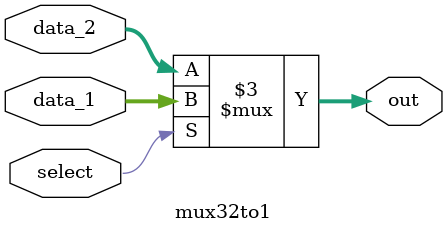
<source format=v>
module mux32to1(data_1, data_2, out, select);
	input wire [31:0] data_1, data_2;
	input wire select;
	output reg [31:0]out;
	
	always@(*)begin
		if (select)
			out <= data_1;
		else
			out <= data_2;
	end
endmodule
	
</source>
